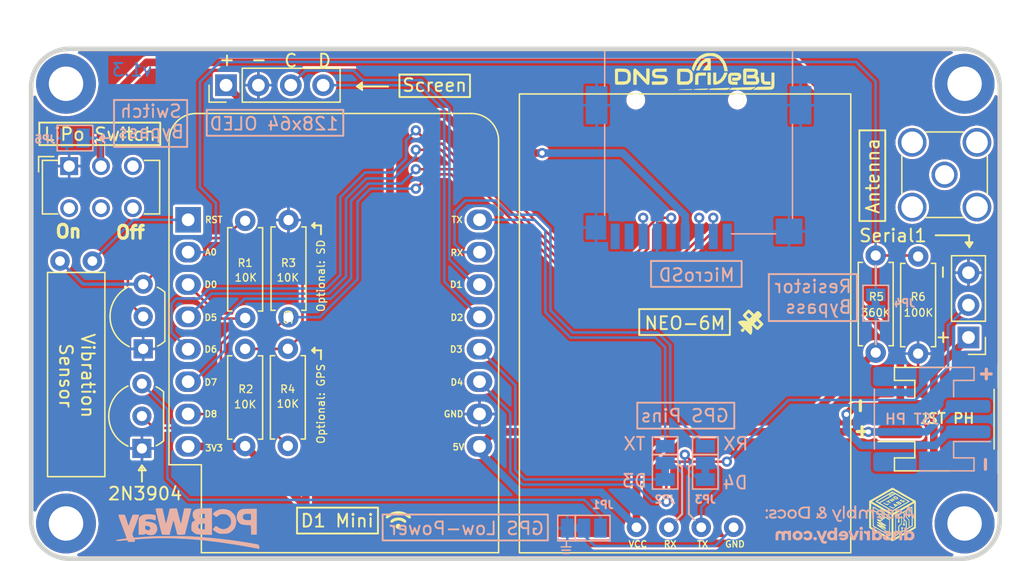
<source format=kicad_pcb>
(kicad_pcb (version 20211014) (generator pcbnew)
  (layers (0 "F.Cu" signal) (31 "B.Cu" signal) (34 "B.Paste" user) (35 "F.Paste" user) (36 "B.SilkS" user "B.Silkscreen") (37 "F.SilkS" user "F.Silkscreen") (38 "B.Mask" user) (39 "F.Mask" user) (44 "Edge.Cuts" user))
  (net 0 "")
  (net 1 "+BATT")
  (net 2 "GND")
  (net 3 "A0")
  (net 4 "GPS_RX")
  (net 5 "GPS_TX")
  (net 6 "D0")
  (net 7 "Net-(J1-Pad2)")
  (net 8 "RST")
  (net 9 "Net-(Q1-Pad2)")
  (net 10 "Net-(JP1-Pad3)")
  (net 11 "GPS-EN")
  (net 12 "+3V3")
  (net 13 "SCL")
  (net 14 "SDA")
  (net 15 "SCK")
  (net 16 "MISO")
  (net 17 "MOSI")
  (net 18 "SS")
  (net 19 "Net-(Q2-Pad2)")
  (net 21 "D3")
  (net 22 "D4")
  (net 23 "Net-(JP2-Pad2)")
  (net 24 "Net-(JP3-Pad2)")
  (net 27 "Net-(U2-Pad4)")
  (footprint "MountingHole:MountingHole_2.7mm_M2.5_DIN965_Pad" (layer "F.Cu") (at 3.5 3.5)
    (fp_text reference "REF**" hide)
    (fp_text value "MountingHole_2.7mm_M2.5_DIN965_Pad" hide)
  )
  (footprint "Resistor_THT:R_Axial_DIN0207_L6.3mm_D2.5mm_P7.62mm_Horizontal" (layer "F.Cu") (at 17.5552 21.8732 90)
    (fp_text reference "R1" hide)
    (fp_text value "10K")
  )
  (footprint "Package_TO_SOT_THT:TO-92L_Inline_Wide" (layer "F.Cu") (at 9.4552 32.1132 90)
    (fp_text reference "Q2" hide)
    (fp_text value "2N3904")
  )
  (footprint "Resistor_THT:R_Axial_DIN0207_L6.3mm_D2.5mm_P7.62mm_Horizontal" (layer "F.Cu") (at 70.3552 17.0532 -90)
    (fp_text reference "R6")
    (fp_text value "100K")
  )
  (footprint "Connector_PinHeader_2.54mm:PinHeader_1x04_P2.54mm_Vertical" (layer "F.Cu") (at 16.0552 3.6132 90)
    (fp_text reference "J2" hide)
    (fp_text value "SH1106")
  )
  (footprint "v1.0-pcb-art" (layer "F.Cu") (at 38.8052 20.9632)
    (fp_text reference "Ref**" hide)
    (fp_text value "Val**" hide)
  )
  (footprint "Connector_JST:JST_PH_S2B-PH-SM4-TB_1x02-1MP_P2.00mm_Horizontal" (layer "F.Cu") (at 71.8052 29.8132 90)
    (fp_text reference "J1" hide)
    (fp_text value "JST 2.0" hide)
  )
  (footprint "DNS-DriveBy:NEO-6M GPS" (layer "F.Cu") (at 52.07 22.3012 180)
    (fp_text reference "U2" hide)
    (fp_text value "NEO-6M")
  )
  (footprint "Connector_Coaxial:SMA_Amphenol_901-144_Vertical" (layer "F.Cu") (at 72.4302 10.6382 -90)
    (fp_text reference "Antenna")
    (fp_text value "SMA Antenna")
  )
  (footprint "Module:WEMOS_D1_mini_light" (layer "F.Cu") (at 13.081 14.1732)
    (fp_text reference "U1" hide)
    (fp_text value "D1 Mini")
  )
  (footprint "Resistor_THT:R_Axial_DIN0207_L6.3mm_D2.5mm_P7.62mm_Horizontal" (layer "F.Cu") (at 20.9052 31.9132 90)
    (fp_text reference "R4")
    (fp_text value "10K")
  )
  (footprint "Resistor_THT:R_Axial_DIN0207_L6.3mm_D2.5mm_P7.62mm_Horizontal" (layer "F.Cu") (at 20.9552 21.8132 90)
    (fp_text reference "R3")
    (fp_text value "10K")
  )
  (footprint "MountingHole:MountingHole_2.7mm_M2.5_DIN965_Pad" (layer "F.Cu") (at 74 3.5)
    (fp_text reference "REF**" hide)
    (fp_text value "MountingHole_2.7mm_M2.5_DIN965_Pad" hide)
  )
  (footprint "Connector_PinHeader_2.54mm:PinHeader_1x03_P2.54mm_Vertical" (layer "F.Cu") (at 74.3052 23.4032 180)
    (fp_text reference "J3" hide)
    (fp_text value "Conn_01x03")
  )
  (footprint "Button_Switch_THT:SW_CuK_JS202011CQN_DPDT_Straight" (layer "F.Cu") (at 3.7477 9.9632)
    (fp_text reference "SW1" hide)
    (fp_text value "SW_SPST")
  )
  (footprint "Resistor_THT:R_Axial_DIN0207_L6.3mm_D2.5mm_P7.62mm_Horizontal" (layer "F.Cu") (at 67.0262 24.595 90)
    (fp_text reference "R5")
    (fp_text value "360K")
  )
  (footprint "Resistor_THT:R_Axial_DIN0207_L6.3mm_D2.5mm_P7.62mm_Horizontal" (layer "F.Cu") (at 17.5552 24.3032 -90)
    (fp_text reference "R2" hide)
    (fp_text value "10K")
  )
  (footprint "DNS-DriveBy:Vibration Sensor" (layer "F.Cu") (at 4.3 25.7416 180)
    (fp_text reference "S1" hide)
    (fp_text value "Vibration")
  )
  (footprint "Package_TO_SOT_THT:TO-92L_Inline_Wide" (layer "F.Cu") (at 9.5552 24.3032 90)
    (fp_text reference "Q1" hide)
    (fp_text value "2N3904")
  )
  (footprint "MountingHole:MountingHole_2.7mm_M2.5_DIN965_Pad" (layer "F.Cu") (at 74 38)
    (fp_text reference "REF**" hide)
    (fp_text value "MountingHole_2.7mm_M2.5_DIN965_Pad" hide)
  )
  (footprint "MountingHole:MountingHole_2.7mm_M2.5_DIN965_Pad" (layer "F.Cu") (at 3.5 38)
    (fp_text reference "REF**" hide)
    (fp_text value "MountingHole_2.7mm_M2.5_DIN965_Pad" hide)
  )
  (footprint "Jumper:SolderJumper-3_P1.3mm_Bridged12_Pad1.0x1.5mm" (layer "B.Cu") (at 50.5075 33.25 90)
    (fp_text reference "JP2")
    (fp_text value "SolderJumper_3_Bridged12" hide)
  )
  (footprint "Jumper:SolderJumper-2_P1.3mm_Bridged_Pad1.0x1.5mm" (layer "B.Cu") (at 67.0314 20.7132 90)
    (fp_text reference "JP4")
    (fp_text value "Jumper_2_Bridged")
  )
  (footprint "DNS-DriveBy:MicroSD" (layer "B.Cu") (at 53.1302 15.2772)
    (fp_text reference "J4" hide)
    (fp_text value "Micro_SD_Card_Det")
  )
  (footprint "Jumper:SolderJumper-3_P1.3mm_Bridged12_Pad1.0x1.5mm" (layer "B.Cu") (at 44.1302 38.3632)
    (fp_text reference "JP1")
    (fp_text value "SolderJumper_3_Bridged12" hide)
  )
  (footprint "Jumper:SolderJumper-3_P1.3mm_Bridged12_Pad1.0x1.5mm" (layer "B.Cu") (at 53.6575 33.25 90)
    (fp_text reference "JP3")
    (fp_text value "SolderJumper_3_Bridged12" hide)
  )
  (footprint "Jumper:SolderJumper-2_P1.3mm_Open_Pad1.0x1.5mm" (layer "B.Cu") (at 4.2052 7.7632)
    (fp_text reference "JP5")
    (fp_text value "Jumper_2_Open" hide)
  )
  (footprint "Connector_JST:JST_PH_S2B-PH-SM4-TB_1x02-1MP_P2.00mm_Horizontal" (layer "B.Cu") (at 71.4302 29.8132 90)
    (fp_text reference "J1" hide)
    (fp_text value "JST 2.0" hide)
  )
  (gr_line (start 6.1552 7.7757) (end 6.4302 7.4757) (layer "B.SilkS") (width 0.15))
  (gr_line (start 6.4302 8.0507) (end 6.1552 7.7757) (layer "B.SilkS") (width 0.15))
  (gr_rect (start 14.5432 7.5792) (end 25.2552 5.5472) (layer "B.SilkS") (width 0.15) (fill none))
  (gr_rect (start 49.3982 19.4362) (end 56.5102 17.4042) (layer "B.SilkS") (width 0.15) (fill none))
  (gr_line (start 52.8302 37.7382) (end 52.3677 37.2507) (layer "B.SilkS") (width 0.15))
  (gr_line (start 51.8302 37.2632) (end 51.8302 33.5882) (layer "B.SilkS") (width 0.15))
  (gr_line (start 43.4552 39.3634) (end 43.4552 37.3634) (layer "B.SilkS") (width 0.15))
  (gr_line (start 67.0314 23.9382) (end 67.0314 22.1382) (layer "B.SilkS") (width 0.15))
  (gr_line (start 67.0314 17.7632) (end 67.0314 19.2632) (layer "B.SilkS") (width 0.15))
  (gr_line (start 51.3552 37.7382) (end 51.8302 37.2632) (layer "B.SilkS") (width 0.15))
  (gr_line (start 51.8302 33.5882) (end 51.5552 33.3632) (layer "B.SilkS") (width 0.15))
  (gr_line (start 6.4302 7.4757) (end 6.4302 8.0507) (layer "B.SilkS") (width 0.15))
  (gr_rect (start 7.2682 8.4542) (end 13.0052 4.7722) (layer "B.SilkS") (width 0.15) (fill none))
  (gr_line (start 52.3677 33.5757) (end 52.6302 33.3382) (layer "B.SilkS") (width 0.15))
  (gr_line (start 52.3677 37.2507) (end 52.3677 33.5757) (layer "B.SilkS") (width 0.15))
  (gr_rect (start 28.3432 39.3292) (end 41.3052 37.2972) (layer "B.SilkS") (width 0.15) (fill none))
  (gr_line (start 52.65 32.6) (end 54.65 32.6) (layer "B.SilkS") (width 0.15))
  (gr_line (start 6.9552 7.7632) (end 6.1552 7.7632) (layer "B.SilkS") (width 0.15))
  (gr_rect (start 58.6432 22.1167) (end 65.5552 18.4347) (layer "B.SilkS") (width 0.15) (fill none))
  (gr_line (start 49.5 32.6) (end 51.5 32.6) (layer "B.SilkS") (width 0.15))
  (gr_rect (start 48.3182 30.5542) (end 55.9302 28.5222) (layer "B.SilkS") (width 0.15) (fill none))
  (gr_line (start 23.5052 25.1132) (end 23.5052 24.4132) (layer "F.SilkS") (width 0.15))
  (gr_line (start 23.5052 24.4132) (end 22.8052 24.4132) (layer "F.SilkS") (width 0.15))
  (gr_rect (start 48.4732 23.2112) (end 55.5852 21.1792) (layer "F.SilkS") (width 0.15) (fill none))
  (gr_line (start 9.455002 34.7132) (end 9.455397 33.445599) (layer "F.SilkS") (width 0.15))
  (gr_line (start 28.772801 3.713398) (end 26.337599 3.713003) (layer "F.SilkS") (width 0.15))
  (gr_line (start 23.0052 24.2132) (end 23.0052 24.6132) (layer "F.SilkS") (width 0.15))
  (gr_line (start 23.5052 14.6132) (end 22.8052 14.6132) (layer "F.SilkS") (width 0.15))
  (gr_poly (pts (xy 74.6302 15.9382) (xy 74.379805 16.323402) (xy 74.0802 15.9382)) (layer "F.SilkS") (width 0.15) (fill solid))
  (gr_line (start 74.3552 15.3882) (end 74.3552 16.1382) (layer "F.SilkS") (width 0.15))
  (gr_rect (start 65.7452 14.2692) (end 67.7772 7.1572) (layer "F.SilkS") (width 0.15) (fill none))
  (gr_line (start 23.0052 24.6132) (end 22.8052 24.4132) (layer "F.SilkS") (width 0.15))
  (gr_line (start 23.0052 14.8132) (end 22.8052 14.6132) (layer "F.SilkS") (width 0.15))
  (gr_line (start 9.755002 33.830801) (end 9.205002 33.830801) (layer "F.SilkS") (width 0.15))
  (gr_line (start 22.8052 14.6132) (end 23.0052 14.4132) (layer "F.SilkS") (width 0.15))
  (gr_rect (start 21.6242 38.7882) (end 27.9742 36.7562) (layer "F.SilkS") (width 0.15) (fill none))
  (gr_line (start 9.455397 33.445599) (end 9.755002 33.830801) (layer "F.SilkS") (width 0.15))
  (gr_line (start 22.8052 24.4132) (end 23.0052 24.2132) (layer "F.SilkS") (width 0.15))
  (gr_line (start 26.722801 3.963398) (end 26.337599 3.713003) (layer "F.SilkS") (width 0.15))
  (gr_rect (start 29.660001 4.541598) (end 35.196001 2.776598) (layer "F.SilkS") (width 0.15) (fill none))
  (gr_line (start 23.5052 15.3132) (end 23.5052 14.6132) (layer "F.SilkS") (width 0.15))
  (gr_poly (pts (xy 26.722801 3.963398) (xy 26.337599 3.713003) (xy 26.722801 3.413398)) (layer "F.SilkS") (width 0.15) (fill solid))
  (gr_line (start 23.0052 14.4132) (end 23.0052 14.8132) (layer "F.SilkS") (width 0.15))
  (gr_line (start 71.725493 15.387877) (end 74.3552 15.3882) (layer "F.SilkS") (width 0.15))
  (gr_line (start 9.205002 33.830801) (end 9.455397 33.445599) (layer "F.SilkS") (width 0.15))
  (gr_line (start 26.337599 3.713003) (end 26.722801 3.413398) (layer "F.SilkS") (width 0.15))
  (gr_rect (start 1.4052 8.3132) (end 10.8912 6.5482) (layer "F.SilkS") (width 0.15) (fill none))
  (gr_line (start 26.722801 3.413398) (end 26.722801 3.963398) (layer "F.SilkS") (width 0.15))
  (gr_line (start 2.095598 1.264035) (end 2.219729 1.185584) (layer "Edge.Cuts") (width 0.349999))
  (gr_line (start 73.759987 40.760002) (end 73.759987 40.760002) (layer "Edge.Cuts") (width 0.349999))
  (gr_line (start 74.491241 0.850477) (end 74.632496 0.889676) (layer "Edge.Cuts") (width 0.349999))
  (gr_line (start 76.171316 39.544818) (end 76.080595 39.661274) (layer "Edge.Cuts") (width 0.349999))
  (gr_line (start 3.028747 40.669525) (end 2.887493 40.630327) (layer "Edge.Cuts") (width 0.349999))
  (gr_line (start 0.763685 3.611239) (end 0.774678 3.463487) (layer "Edge.Cuts") (width 0.349999))
  (gr_line (start 76.406568 2.347328) (end 76.472342 2.47815) (layer "Edge.Cuts") (width 0.349999))
  (gr_line (start 76.70181 38.348005) (end 76.66951 38.491252) (layer "Edge.Cuts") (width 0.349999))
  (gr_line (start 3.759998 0.76) (end 3.759998 0.76) (layer "Edge.Cuts") (width 0.349999))
  (gr_line (start 1.348672 39.544818) (end 1.264034 39.424401) (layer "Edge.Cuts") (width 0.349999))
  (gr_line (start 75.424392 1.264035) (end 75.544808 1.348673) (layer "Edge.Cuts") (width 0.349999))
  (gr_line (start 0.792875 38.20301) (end 0.774678 38.056514) (layer "Edge.Cuts") (width 0.349999))
  (gr_line (start 74.771511 40.584331) (end 74.632496 40.630327) (layer "Edge.Cuts") (width 0.349999))
  (gr_line (start 73.908749 40.756315) (end 73.759987 40.760002) (layer "Edge.Cuts") (width 0.349999))
  (gr_line (start 2.611949 40.531641) (end 2.47815 40.472357) (layer "Edge.Cuts") (width 0.349999))
  (gr_line (start 76.255953 2.095598) (end 76.334404 2.219729) (layer "Edge.Cuts") (width 0.349999))
  (gr_line (start 1.439393 39.661274) (end 1.348672 39.544818) (layer "Edge.Cuts") (width 0.349999))
  (gr_line (start 74.202998 0.792877) (end 74.347994 0.818177) (layer "Edge.Cuts") (width 0.349999))
  (gr_line (start 75.88131 1.63868) (end 75.88131 1.63868) (layer "Edge.Cuts") (width 0.349999))
  (gr_line (start 74.908041 0.988362) (end 75.04184 1.047645) (layer "Edge.Cuts") (width 0.349999))
  (gr_line (start 75.983892 1.746477) (end 76.080595 1.858726) (layer "Edge.Cuts") (width 0.349999))
  (gr_line (start 1.638679 39.881321) (end 1.536096 39.773523) (layer "Edge.Cuts") (width 0.349999))
  (gr_line (start 0.759998 3.76) (end 0.763685 3.611239) (layer "Edge.Cuts") (width 0.349999))
  (gr_line (start 75.661263 40.080608) (end 75.544808 40.171329) (layer "Edge.Cuts") (width 0.349999))
  (gr_line (start 75.88131 39.881321) (end 75.88131 39.881321) (layer "Edge.Cuts") (width 0.349999))
  (gr_line (start 76.72711 38.20301) (end 76.70181 38.348005) (layer "Edge.Cuts") (width 0.349999))
  (gr_line (start 73.759987 0.76) (end 73.908749 0.763687) (layer "Edge.Cuts") (width 0.349999))
  (gr_line (start 3.316989 0.792877) (end 3.463485 0.77468) (layer "Edge.Cuts") (width 0.349999))
  (gr_line (start 0.792875 3.31699) (end 0.818175 3.171996) (layer "Edge.Cuts") (width 0.349999))
  (gr_line (start 0.759998 37.760002) (end 0.759998 3.76) (layer "Edge.Cuts") (width 0.349999))
  (gr_line (start 3.171994 40.701825) (end 3.028747 40.669525) (layer "Edge.Cuts") (width 0.349999))
  (gr_line (start 74.056502 40.745322) (end 73.908749 40.756315) (layer "Edge.Cuts") (width 0.349999))
  (gr_line (start 1.638679 39.881321) (end 1.638679 39.881321) (layer "Edge.Cuts") (width 0.349999))
  (gr_line (start 0.935669 2.748479) (end 0.98836 2.611949) (layer "Edge.Cuts") (width 0.349999))
  (gr_line (start 76.630311 38.632505) (end 76.584316 38.77152) (layer "Edge.Cuts") (width 0.349999))
  (gr_line (start 76.745307 38.056514) (end 76.72711 38.20301) (layer "Edge.Cuts") (width 0.349999))
  (gr_line (start 76.584316 2.748479) (end 76.630311 2.887494) (layer "Edge.Cuts") (width 0.349999))
  (gr_line (start 75.300261 1.185584) (end 75.424392 1.264035) (layer "Edge.Cuts") (width 0.349999))
  (gr_line (start 74.632496 40.630327) (end 74.491241 40.669525) (layer "Edge.Cuts") (width 0.349999))
  (gr_line (start 1.113418 39.172671) (end 1.047643 39.041849) (layer "Edge.Cuts") (width 0.349999))
  (gr_line (start 0.774678 3.463487) (end 0.792875 3.31699) (layer "Edge.Cuts") (width 0.349999))
  (gr_line (start 1.638679 1.63868) (end 1.746477 1.536096) (layer "Edge.Cuts") (width 0.349999))
  (gr_line (start 76.584316 38.77152) (end 76.531626 38.90805) (layer "Edge.Cuts") (width 0.349999))
  (gr_line (start 76.70181 3.171996) (end 76.72711 3.31699) (layer "Edge.Cuts") (width 0.349999))
  (gr_line (start 75.773513 39.983904) (end 75.661263 40.080608) (layer "Edge.Cuts") (width 0.349999))
  (gr_line (start 76.080595 1.858726) (end 76.171316 1.975182) (layer "Edge.Cuts") (width 0.349999))
  (gr_line (start 76.531626 38.90805) (end 76.472342 39.041849) (layer "Edge.Cuts") (width 0.349999))
  (gr_line (start 75.773513 1.536096) (end 75.88131 1.63868) (layer "Edge.Cuts") (width 0.349999))
  (gr_line (start 1.975182 1.348673) (end 2.095598 1.264035) (layer "Edge.Cuts") (width 0.349999))
  (gr_line (start 2.47815 1.047645) (end 2.611949 0.988362) (layer "Edge.Cuts") (width 0.349999))
  (gr_line (start 1.185582 39.30027) (end 1.113418 39.172671) (layer "Edge.Cuts") (width 0.349999))
  (gr_line (start 1.264034 2.095598) (end 1.348672 1.975182) (layer "Edge.Cuts") (width 0.349999))
  (gr_line (start 76.759987 37.760002) (end 76.7563 37.908763) (layer "Edge.Cuts") (width 0.349999))
  (gr_line (start 76.334404 39.30027) (end 76.255953 39.424401) (layer "Edge.Cuts") (width 0.349999))
  (gr_line (start 75.544808 40.171329) (end 75.424392 40.255966) (layer "Edge.Cuts") (width 0.349999))
  (gr_line (start 0.889674 38.632505) (end 0.850475 38.491252) (layer "Edge.Cuts") (width 0.349999))
  (gr_line (start 74.771511 0.935671) (end 74.908041 0.988362) (layer "Edge.Cuts") (width 0.349999))
  (gr_line (start 75.172662 40.406582) (end 75.04184 40.472357) (layer "Edge.Cuts") (width 0.349999))
  (gr_line (start 2.611949 0.988362) (end 2.748478 0.935671) (layer "Edge.Cuts") (width 0.349999))
  (gr_line (start 76.66951 3.028748) (end 76.70181 3.171996) (layer "Edge.Cuts") (width 0.349999))
  (gr_line (start 3.759998 40.760002) (end 3.759998 40.760002) (layer "Edge.Cuts") (width 0.349999))
  (gr_line (start 0.889674 2.887494) (end 0.935669 2.748479) (layer "Edge.Cuts") (width 0.349999))
  (gr_line (start 3.611237 0.763687) (end 3.759998 0.76) (layer "Edge.Cuts") (width 0.349999))
  (gr_line (start 0.850475 38.491252) (end 0.818175 38.348005) (layer "Edge.Cuts") (width 0.349999))
  (gr_line (start 2.095598 40.255966) (end 1.975182 40.171329) (layer "Edge.Cuts") (width 0.349999))
  (gr_line (start 75.661263 1.439394) (end 75.773513 1.536096) (layer "Edge.Cuts") (width 0.349999))
  (gr_line (start 74.908041 40.531641) (end 74.771511 40.584331) (layer "Edge.Cuts") (width 0.349999))
  (gr_line (start 74.202998 40.727125) (end 74.056502 40.745322) (layer "Edge.Cuts") (width 0.349999))
  (gr_line (start 74.347994 40.701825) (end 74.202998 40.727125) (layer "Edge.Cuts") (width 0.349999))
  (gr_line (start 2.219729 40.334418) (end 2.095598 40.255966) (layer "Edge.Cuts") (width 0.349999))
  (gr_line (start 76.255953 39.424401) (end 76.171316 39.544818) (layer "Edge.Cuts") (width 0.349999))
  (gr_line (start 76.630311 2.887494) (end 76.66951 3.028748) (layer "Edge.Cuts") (width 0.349999))
  (gr_line (start 0.818175 3.171996) (end 0.850475 3.028748) (layer "Edge.Cuts") (width 0.349999))
  (gr_line (start 2.47815 40.472357) (end 2.347328 40.406582) (layer "Edge.Cuts") (width 0.349999))
  (gr_line (start 2.887493 40.630327) (end 2.748478 40.584331) (layer "Edge.Cuts") (width 0.349999))
  (gr_line (start 1.047643 39.041849) (end 0.98836 38.90805) (layer "Edge.Cuts") (width 0.349999))
  (gr_line (start 2.347328 1.11342) (end 2.47815 1.047645) (layer "Edge.Cuts") (width 0.349999))
  (gr_line (start 1.439393 1.858726) (end 1.536096 1.746477) (layer "Edge.Cuts") (width 0.349999))
  (gr_line (start 76.759987 3.76) (end 76.759987 3.76) (layer "Edge.Cuts") (width 0.349999))
  (gr_line (start 76.080595 39.661274) (end 75.983892 39.773523) (layer "Edge.Cuts") (width 0.349999))
  (gr_line (start 2.887493 0.889676) (end 3.028747 0.850477) (layer "Edge.Cuts") (width 0.349999))
  (gr_line (start 1.185582 2.219729) (end 1.264034 2.095598) (layer "Edge.Cuts") (width 0.349999))
  (gr_line (start 1.858726 1.439394) (end 1.975182 1.348673) (layer "Edge.Cuts") (width 0.349999))
  (gr_line (start 3.171994 0.818177) (end 3.316989 0.792877) (layer "Edge.Cuts") (width 0.349999))
  (gr_line (start 74.491241 40.669525) (end 74.347994 40.701825) (layer "Edge.Cuts") (width 0.349999))
  (gr_line (start 0.935669 38.77152) (end 0.889674 38.632505) (layer "Edge.Cuts") (width 0.349999))
  (gr_line (start 1.113418 2.347328) (end 1.185582 2.219729) (layer "Edge.Cuts") (width 0.349999))
  (gr_line (start 1.047643 2.47815) (end 1.113418 2.347328) (layer "Edge.Cuts") (width 0.349999))
  (gr_line (start 73.759987 40.760002) (end 3.759998 40.760002) (layer "Edge.Cuts") (width 0.349999))
  (gr_line (start 73.908749 0.763687) (end 74.056502 0.77468) (layer "Edge.Cuts") (width 0.349999))
  (gr_line (start 2.748478 40.584331) (end 2.611949 40.531641) (layer "Edge.Cuts") (width 0.349999))
  (gr_line (start 76.406568 39.172671) (end 76.334404 39.30027) (layer "Edge.Cuts") (width 0.349999))
  (gr_line (start 0.98836 2.611949) (end 1.047643 2.47815) (layer "Edge.Cuts") (width 0.349999))
  (gr_line (start 1.858726 40.080608) (end 1.746477 39.983904) (layer "Edge.Cuts") (width 0.349999))
  (gr_line (start 76.66951 38.491252) (end 76.630311 38.632505) (layer "Edge.Cuts") (width 0.349999))
  (gr_line (start 73.759987 0.76) (end 73.759987 0.76) (layer "Edge.Cuts") (width 0.349999))
  (gr_line (start 2.748478 0.935671) (end 2.887493 0.889676) (layer "Edge.Cuts") (width 0.349999))
  (gr_line (start 75.424392 40.255966) (end 75.300261 40.334418) (layer "Edge.Cuts") (width 0.349999))
  (gr_line (start 74.632496 0.889676) (end 74.771511 0.935671) (layer "Edge.Cuts") (width 0.349999))
  (gr_line (start 2.219729 1.185584) (end 2.347328 1.11342) (layer "Edge.Cuts") (width 0.349999))
  (gr_line (start 0.98836 38.90805) (end 0.935669 38.77152) (layer "Edge.Cuts") (width 0.349999))
  (gr_line (start 2.347328 40.406582) (end 2.219729 40.334418) (layer "Edge.Cuts") (width 0.349999))
  (gr_line (start 76.759987 37.760002) (end 76.759987 37.760002) (layer "Edge.Cuts") (width 0.349999))
  (gr_line (start 1.536096 1.746477) (end 1.638679 1.63868) (layer "Edge.Cuts") (width 0.349999))
  (gr_line (start 3.316989 40.727125) (end 3.171994 40.701825) (layer "Edge.Cuts") (width 0.349999))
  (gr_line (start 3.463485 0.77468) (end 3.611237 0.763687) (layer "Edge.Cuts") (width 0.349999))
  (gr_line (start 76.745307 3.463487) (end 76.7563 3.611239) (layer "Edge.Cuts") (width 0.349999))
  (gr_line (start 75.983892 39.773523) (end 75.88131 39.881321) (layer "Edge.Cuts") (width 0.349999))
  (gr_line (start 76.171316 1.975182) (end 76.255953 2.095598) (layer "Edge.Cuts") (width 0.349999))
  (gr_line (start 76.334404 2.219729) (end 76.406568 2.347328) (layer "Edge.Cuts") (width 0.349999))
  (gr_line (start 0.774678 38.056514) (end 0.763685 37.908763) (layer "Edge.Cuts") (width 0.349999))
  (gr_line (start 3.611237 40.756315) (end 3.463485 40.745322) (layer "Edge.Cuts") (width 0.349999))
  (gr_line (start 1.746477 1.536096) (end 1.858726 1.439394) (layer "Edge.Cuts") (width 0.349999))
  (gr_line (start 1.348672 1.975182) (end 1.439393 1.858726) (layer "Edge.Cuts") (width 0.349999))
  (gr_line (start 0.763685 37.908763) (end 0.759998 37.760002) (layer "Edge.Cuts") (width 0.349999))
  (gr_line (start 1.746477 39.983904) (end 1.638679 39.881321) (layer "Edge.Cuts") (width 0.349999))
  (gr_line (start 1.638679 1.63868) (end 1.638679 1.63868) (layer "Edge.Cuts") (width 0.349999))
  (gr_line (start 74.056502 0.77468) (end 74.202998 0.792877) (layer "Edge.Cuts") (width 0.349999))
  (gr_line (start 1.264034 39.424401) (end 1.185582 39.30027) (layer "Edge.Cuts") (width 0.349999))
  (gr_line (start 76.531626 2.611949) (end 76.584316 2.748479) (layer "Edge.Cuts") (width 0.349999))
  (gr_line (start 0.759998 3.76) (end 0.759998 3.76) (layer "Edge.Cuts") (width 0.349999))
  (gr_line (start 3.759998 40.760002) (end 3.611237 40.756315) (layer "Edge.Cuts") (width 0.349999))
  (gr_line (start 0.850475 3.028748) (end 0.889674 2.887494) (layer "Edge.Cuts") (width 0.349999))
  (gr_line (start 1.536096 39.773523) (end 1.439393 39.661274) (layer "Edge.Cuts") (width 0.349999))
  (gr_line (start 76.472342 2.47815) (end 76.531626 2.611949) (layer "Edge.Cuts") (width 0.349999))
  (gr_line (start 75.88131 39.881321) (end 75.773513 39.983904) (layer "Edge.Cuts") (width 0.349999))
  (gr_line (start 75.88131 1.63868) (end 75.983892 1.746477) (layer "Edge.Cuts") (width 0.349999))
  (gr_line (start 1.975182 40.171329) (end 1.858726 40.080608) (layer "Edge.Cuts") (width 0.349999))
  (gr_line (start 76.7563 3.611239) (end 76.759987 3.76) (layer "Edge.Cuts") (width 0.349999))
  (gr_line (start 75.04184 1.047645) (end 75.172662 1.11342) (layer "Edge.Cuts") (width 0.349999))
  (gr_line (start 75.172662 1.11342) (end 75.300261 1.185584) (layer "Edge.Cuts") (width 0.349999))
  (gr_line (start 74.347994 0.818177) (end 74.491241 0.850477) (layer "Edge.Cuts") (width 0.349999))
  (gr_line (start 76.759987 3.76) (end 76.759987 37.760002) (layer "Edge.Cuts") (width 0.349999))
  (gr_line (start 76.472342 39.041849) (end 76.406568 39.172671) (layer "Edge.Cuts") (width 0.349999))
  (gr_line (start 76.72711 3.31699) (end 76.745307 3.463487) (layer "Edge.Cuts") (width 0.349999))
  (gr_line (start 3.028747 0.850477) (end 3.171994 0.818177) (layer "Edge.Cuts") (width 0.349999))
  (gr_line (start 75.300261 40.334418) (end 75.172662 40.406582) (layer "Edge.Cuts") (width 0.349999))
  (gr_line (start 75.544808 1.348673) (end 75.661263 1.439394) (layer "Edge.Cuts") (width 0.349999))
  (gr_line (start 76.7563 37.908763) (end 76.745307 38.056514) (layer "Edge.Cuts") (width 0.349999))
  (gr_line (start 0.818175 38.348005) (end 0.792875 38.20301) (layer "Edge.Cuts") (width 0.349999))
  (gr_line (start 75.04184 40.472357) (end 74.908041 40.531641) (layer "Edge.Cuts") (width 0.349999))
  (gr_line (start 3.759998 0.76) (end 73.759987 0.76) (layer "Edge.Cuts") (width 0.349999))
  (gr_line (start 3.463485 40.745322) (end 3.316989 40.727125) (layer "Edge.Cuts") (width 0.349999))
  (gr_text "LyndLabs\n" (at 10.0552 39.1132) (layer "F.Cu") (effects (font (size 1 1))))
  (gr_text "v1.3" (at 8.6802 2.4132) (layer "B.Cu") (effects (font (size 1 1)) (justify mirror)))
  (gr_text "D4" (at 56 34.8) (layer "B.SilkS") (effects (font (size 1 1)) (justify mirror)))
  (gr_text "TX" (at 48.1 31.75) (layer "B.SilkS") (effects (font (size 1 1)) (justify mirror)))
  (gr_text "Resistor\nBypass" (at 65.2302 20.2132) (layer "B.SilkS") (effects (font (size 1 1)) (justify left mirror)))
  (gr_text "-\n" (at 75.7052 33.3632 270) (layer "B.SilkS") (effects (font (size 1 1) (thickness 0.25))))
  (gr_text "D3" (at 48.1 34.65) (layer "B.SilkS") (effects (font (size 1 1)) (justify mirror)))
  (gr_text "MicroSD" (at 52.9802 18.5132) (layer "B.SilkS") (effects (font (size 1 1)) (justify mirror)))
  (gr_text "128x64 OLED" (at 19.8172 6.6412) (layer "B.SilkS") (effects (font (size 1 1)) (justify mirror)))
  (gr_text "Switch\nBypass" (at 10.1552 6.4632) (layer "B.SilkS") (effects (font (size 1 1)) (justify mirror)))
  (gr_text "RX\n" (at 56.05 31.75) (layer "B.SilkS") (effects (font (size 1 1)) (justify mirror)))
  (gr_text "GPS Low-Power" (at 34.9302 38.3882) (layer "B.SilkS") (effects (font (size 1 1)) (justify mirror)))
  (gr_text "+\n" (at 75.7052 26.3382 180) (layer "B.SilkS") (effects (font (size 1 1) (thickness 0.25))))
  (gr_text "GPS Pins" (at 52.05 29.55) (layer "B.SilkS") (effects (font (size 1 1)) (justify mirror)))
  (gr_text "JST PH\n" (at 69.8802 29.8132) (layer "B.SilkS") (effects (font (size 0.8 0.8)) (justify mirror)))
  (gr_text "JST PH	\n" (at 73.6302 29.7632) (layer "F.SilkS") (effects (font (size 0.8 0.8))))
  (gr_text "Serial1" (at 68.3802 15.4132) (layer "F.SilkS") (effects (font (size 1 1))))
  (gr_text "+\n" (at 65.9552 30.7132) (layer "F.SilkS") (effects (font (size 1 1) (thickness 0.25))))
  (gr_text "C" (at 21.1302 1.6882) (layer "F.SilkS") (effects (font (size 1 1))))
  (gr_text "+" (at 72.3262 23.325) (layer "F.SilkS") (effects (font (size 1 1))))
  (gr_text "-\n" (at 65.7552 28.7632 90) (layer "F.SilkS") (effects (font (size 1 1) (thickness 0.25))))
  (gr_text "LiPo Switch" (at 6.1552 7.4632) (layer "F.SilkS") (effects (font (size 1 1))))
  (gr_text "D\n" (at 23.7802 1.6882) (layer "F.SilkS") (effects (font (size 1 1))))
  (gr_text "On\n" (at 3.6952 15.0862) (layer "F.SilkS") (effects (font (size 1 1) (thickness 0.25))))
  (gr_text "-\n" (at 72.2262 18.275 90) (layer "F.SilkS") (effects (font (size 1 1))))
  (gr_text "Screen" (at 32.422801 3.613398) (layer "F.SilkS") (effects (font (size 1 1))))
  (gr_text "+" (at 16.1302 1.5882) (layer "F.SilkS") (effects (font (size 1 1))))
  (gr_text "Off\n" (at 8.5552 15.1632) (layer "F.SilkS") (effects (font (size 1 1) (thickness 0.25))))
  (gr_text "-" (at 18.6302 1.5882) (layer "F.SilkS") (effects (font (size 1 1))))
  (segment (start 66.9234 24.595) (end 67.0262 24.595) (width 0.6) (layer "F.Cu") (net 1))
  (segment (start 35.941 31.9532) (end 37.081 30.8132) (width 0.6) (layer "F.Cu") (net 1))
  (segment (start 60.7052 30.8132) (end 66.9234 24.595) (width 0.6) (layer "F.Cu") (net 1))
  (segment (start 58.1592 30.8132) (end 60.7052 30.8132) (width 0.6) (layer "F.Cu") (net 1))
  (segment (start 51.4872 30.8132) (end 58.1592 30.8132) (width 0.6) (layer "F.Cu") (net 1))
  (segment (start 66.4552 30.8132) (end 68.9552 30.8132) (width 0.6) (layer "F.Cu") (net 1))
  (segment (start 48.26 34.0404) (end 51.4872 30.8132) (width 0.6) (layer "F.Cu") (net 1))
  (segment (start 37.081 30.8132) (end 51.4872 30.8132) (width 0.6) (layer "F.Cu") (net 1))
  (segment (start 58.1592 30.8132) (end 66.4552 30.8132) (width 0.6) (layer "F.Cu") (net 1))
  (segment (start 48.26 38.3012) (end 48.26 34.0404) (width 0.6) (layer "F.Cu") (net 1))
  (via (at 66.4552 30.8132) (size 0.8) (drill 0.4) (layers "F.Cu" "B.Cu") (net 1))
  (segment (start 73.0052 28.8132) (end 74.2802 28.8132) (width 0.6) (layer "B.Cu") (net 1))
  (segment (start 45.507839 35.549039) (end 48.26 38.3012) (width 0.6) (layer "B.Cu") (net 1))
  (segment (start 66.4552 30.8132) (end 71.0052 30.8132) (width 0.6) (layer "B.Cu") (net 1))
  (segment (start 71.0052 30.8132) (end 73.0052 28.8132) (width 0.6) (layer "B.Cu") (net 1))
  (segment (start 39.086184 35.549039) (end 45.507839 35.549039) (width 0.6) (layer "B.Cu") (net 1))
  (segment (start 67.0314 24.5898) (end 67.0262 24.595) (width 0.25) (layer "B.Cu") (net 1))
  (segment (start 35.941 32.403855) (end 39.086184 35.549039) (width 0.6) (layer "B.Cu") (net 1))
  (segment (start 35.941 31.9532) (end 35.941 32.403855) (width 0.6) (layer "B.Cu") (net 1))
  (segment (start 67.0314 21.3632) (end 67.0314 24.5898) (width 0.25) (layer "B.Cu") (net 1))
  (segment (start 67.0262 16.975) (end 70.4552 16.975) (width 0.2) (layer "F.Cu") (net 3))
  (segment (start 15.2552 12.8632) (end 15.2552 15.8882) (width 0.2) (layer "B.Cu") (net 3))
  (segment (start 67.0262 16.975) (end 67.0152 16.964) (width 0.2) (layer "B.Cu") (net 3))
  (segment (start 67.0262 16.975) (end 67.0262 20.058) (width 0.2) (layer "B.Cu") (net 3))
  (segment (start 67.0152 3.3232) (end 65.4802 1.7882) (width 0.2) (layer "B.Cu") (net 3))
  (segment (start 14.4302 16.7132) (end 13.081 16.7132) (width 0.2) (layer "B.Cu") (net 3))
  (segment (start 15.581178 1.7882) (end 14.0052 3.364178) (width 0.2) (layer "B.Cu") (net 3))
  (segment (start 67.0262 20.058) (end 67.0314 20.0632) (width 0.2) (layer "B.Cu") (net 3))
  (segment (start 65.4802 1.7882) (end 15.581178 1.7882) (width 0.2) (layer "B.Cu") (net 3))
  (segment (start 14.0052 11.6132) (end 15.2552 12.8632) (width 0.2) (layer "B.Cu") (net 3))
  (segment (start 67.0152 16.964) (end 67.0152 3.3232) (width 0.2) (layer "B.Cu") (net 3))
  (segment (start 14.0052 3.364178) (end 14.0052 11.6132) (width 0.2) (layer "B.Cu") (net 3))
  (segment (start 15.2552 15.8882) (end 14.4302 16.7132) (width 0.2) (layer "B.Cu") (net 3))
  (segment (start 41.107201 21.438207) (end 43.082194 23.4132) (width 0.2) (layer "B.Cu") (net 4))
  (segment (start 35.941 14.1732) (end 40.2492 14.1732) (width 0.2) (layer "B.Cu") (net 4))
  (segment (start 40.2492 14.1732) (end 41.1072 15.0312) (width 0.2) (layer "B.Cu") (net 4))
  (segment (start 49.7432 23.4132) (end 50.5075 24.1775) (width 0.2) (layer "B.Cu") (net 4))
  (segment (start 41.1072 15.0312) (end 41.107201 21.438207) (width 0.2) (layer "B.Cu") (net 4))
  (segment (start 43.082194 23.4132) (end 49.7432 23.4132) (width 0.2) (layer "B.Cu") (net 4))
  (segment (start 50.5075 24.1775) (end 50.5075 31.95) (width 0.2) (layer "B.Cu") (net 4))
  (segment (start 41.50672 21.27272) (end 43.24768 23.01368) (width 0.2) (layer "B.Cu") (net 5))
  (segment (start 49.908687 23.013681) (end 50.90702 24.012014) (width 0.2) (layer "B.Cu") (net 5))
  (segment (start 34.82952 12.6632) (end 37.2152 12.6632) (width 0.2) (layer "B.Cu") (net 5))
  (segment (start 44.517681 23.013681) (end 49.908687 23.013681) (width 0.2) (layer "B.Cu") (net 5))
  (segment (start 38.325681 13.773681) (end 40.414687 13.773681) (width 0.2) (layer "B.Cu") (net 5))
  (segment (start 43.24768 23.01368) (end 44.517681 23.013681) (width 0.2) (layer "B.Cu") (net 5))
  (segment (start 33.97952 16.0632) (end 33.97952 13.5132) (width 0.2) (layer "B.Cu") (net 5))
  (segment (start 50.90702 29.19952) (end 53.6575 31.95) (width 0.2) (layer "B.Cu") (net 5))
  (segment (start 34.62952 16.7132) (end 33.97952 16.0632) (width 0.2) (layer "B.Cu") (net 5))
  (segment (start 50.90702 24.012014) (end 50.90702 29.19952) (width 0.2) (layer "B.Cu") (net 5))
  (segment (start 33.97952 13.5132) (end 34.82952 12.6632) (width 0.2) (layer "B.Cu") (net 5))
  (segment (start 41.50672 14.865714) (end 41.50672 21.27272) (width 0.2) (layer "B.Cu") (net 5))
  (segment (start 35.941 16.7132) (end 34.62952 16.7132) (width 0.2) (layer "B.Cu") (net 5))
  (segment (start 37.2152 12.6632) (end 38.325681 13.773681) (width 0.2) (layer "B.Cu") (net 5))
  (segment (start 40.414687 13.773681) (end 41.50672 14.865714) (width 0.2) (layer "B.Cu") (net 5))
  (segment (start 13.081 19.289) (end 15.7152 21.9232) (width 0.2) (layer "F.Cu") (net 6))
  (segment (start 13.081 19.2532) (end 13.081 19.289) (width 0.2) (layer "F.Cu") (net 6))
  (segment (start 15.7152 21.9232) (end 17.2552 21.9232) (width 0.2) (layer "F.Cu") (net 6))
  (segment (start 63.9672 5.1252) (end 63.9672 19.0952) (width 0.6) (layer "F.Cu") (net 7))
  (segment (start 9.8202 1.8232) (end 60.6652 1.8232) (width 0.6) (layer "F.Cu") (net 7))
  (segment (start 6.2052 9.5207) (end 6.2052 5.4382) (width 0.6) (layer "F.Cu") (net 7))
  (segment (start 68.9552 28.8132) (end 65.3552 28.8132) (width 0.6) (layer "F.Cu") (net 7))
  (segment (start 6.2052 5.4382) (end 9.8202 1.8232) (width 0.6) (layer "F.Cu") (net 7))
  (segment (start 65.3552 28.8132) (end 64.7302 29.4382) (width 0.6) (layer "F.Cu") (net 7))
  (segment (start 68.9552 24.0832) (end 68.9552 28.8132) (width 0.6) (layer "F.Cu") (net 7))
  (segment (start 60.6652 1.8232) (end 63.9672 5.1252) (width 0.6) (layer "F.Cu") (net 7))
  (segment (start 63.9672 19.0952) (end 68.9552 24.0832) (width 0.6) (layer "F.Cu") (net 7))
  (via (at 64.7302 29.4382) (size 0.8) (drill 0.4) (layers "F.Cu" "B.Cu") (net 7))
  (segment (start 65.9052 31.8632) (end 64.7302 30.6882) (width 0.6) (layer "B.Cu") (net 7))
  (segment (start 74.2802 30.8132) (end 72.7802 30.8132) (width 0.6) (layer "B.Cu") (net 7))
  (segment (start 6.2477 8.1557) (end 5.8552 7.7632) (width 0.25) (layer "B.Cu") (net 7))
  (segment (start 64.7302 30.6882) (end 64.7302 29.4382) (width 0.6) (layer "B.Cu") (net 7))
  (segment (start 71.7302 31.8632) (end 65.9052 31.8632) (width 0.6) (layer "B.Cu") (net 7))
  (segment (start 5.8552 7.7632) (end 4.8552 7.7632) (width 0.25) (layer "B.Cu") (net 7))
  (segment (start 6.2477 9.9632) (end 6.2477 8.1557) (width 0.25) (layer "B.Cu") (net 7))
  (segment (start 72.7802 30.8132) (end 71.7302 31.8632) (width 0.6) (layer "B.Cu") (net 7))
  (segment (start 8.8072 14.1732) (end 13.081 14.1732) (width 0.2) (layer "B.Cu") (net 8))
  (segment (start 5.57 17.4104) (end 8.8072 14.1732) (width 0.2) (layer "B.Cu") (net 8))
  (segment (start 9.85472 15.61368) (end 15.94472 15.61368) (width 0.2) (layer "F.Cu") (net 9))
  (segment (start 8.3552 20.5632) (end 8.3552 17.1132) (width 0.2) (layer "F.Cu") (net 9))
  (segment (start 8.3552 17.1132) (end 9.85472 15.61368) (width 0.2) (layer "F.Cu") (net 9))
  (segment (start 9.5552 21.7632) (end 8.3552 20.5632) (width 0.2) (layer "F.Cu") (net 9))
  (segment (start 15.94472 15.61368) (end 17.2552 14.3032) (width 0.2) (layer "F.Cu") (net 9))
  (segment (start 45.4302 38.3632) (end 45.4302 38.912222) (width 0.2) (layer "B.Cu") (net 10))
  (segment (start 11.4552 34.4632) (end 11.4552 29.0332) (width 0.2) (layer "B.Cu") (net 10))
  (segment (start 45.4302 38.3632) (end 45.4302 37.4132) (width 0.2) (layer "B.Cu") (net 10))
  (segment (start 13.140559 36.148559) (end 11.4552 34.4632) (width 0.2) (layer "B.Cu") (net 10))
  (segment (start 45.4302 37.4132) (end 44.165559 36.148559) (width 0.2) (layer "B.Cu") (net 10))
  (segment (start 44.165559 36.148559) (end 13.140559 36.148559) (width 0.2) (layer "B.Cu") (net 10))
  (segment (start 11.4552 29.0332) (end 9.4552 27.0332) (width 0.2) (layer "B.Cu") (net 10))
  (segment (start 9.5552 19.2232) (end 10.62472 18.15368) (width 0.2) (layer "F.Cu") (net 11))
  (segment (start 17.5552 24.3032) (end 20.8952 24.3032) (width 0.2) (layer "F.Cu") (net 11))
  (segment (start 22.054711 19.262711) (end 22.054711 23.143689) (width 0.2) (layer "F.Cu") (net 11))
  (segment (start 10.62472 18.15368) (end 20.94568 18.15368) (width 0.2) (layer "F.Cu") (net 11))
  (segment (start 20.94568 18.15368) (end 22.054711 19.262711) (width 0.2) (layer "F.Cu") (net 11))
  (segment (start 22.054711 23.143689) (end 20.9052 24.2932) (width 0.2) (layer "F.Cu") (net 11))
  (segment (start 20.8952 24.3032) (end 20.9052 24.2932) (width 0.2) (layer "F.Cu") (net 11))
  (segment (start 3.03 17.4104) (end 4.8428 19.2232) (width 0.25) (layer "B.Cu") (net 11))
  (segment (start 4.8428 19.2232) (end 9.5552 19.2232) (width 0.25) (layer "B.Cu") (net 11))
  (segment (start 13.081 31.9532) (end 17.5252 31.9532) (width 0.6) (layer "F.Cu") (net 12))
  (segment (start 23.1712 37.5392) (end 22.3112 36.6792) (width 0.6) (layer "F.Cu") (net 12))
  (segment (start 23.1712 37.5392) (end 25.194711 39.562711) (width 0.6) (layer "F.Cu") (net 12))
  (segment (start 18.3292 5.8872) (end 16.0552 3.6132) (width 0.6) (layer "F.Cu") (net 12))
  (segment (start 71.5872 35.6052) (end 71.5872 26.1212) (width 0.6) (layer "F.Cu") (net 12))
  (segment (start 17.5252 31.9532) (end 17.5552 31.9232) (width 0.6) (layer "F.Cu") (net 12))
  (segment (start 17.5552 31.9232) (end 23.1712 37.5392) (width 0.6) (layer "F.Cu") (net 12))
  (segment (start 22.3112 32.344987) (end 28.9152 25.740987) (width 0.6) (layer "F.Cu") (net 12))
  (segment (start 33.2332 5.8872) (end 30.6372 5.8872) (width 0.6) (layer "F.Cu") (net 12))
  (segment (start 36.2812 8.9352) (end 33.2332 5.8872) (width 0.6) (layer "F.Cu") (net 12))
  (segment (start 22.3112 36.6792) (end 22.3112 32.344987) (width 0.6) (layer "F.Cu") (net 12))
  (segment (start 71.5872 26.1212) (end 74.3052 23.4032) (width 0.6) (layer "F.Cu") (net 12))
  (segment (start 28.9152 7.3428) (end 30.3708 5.8872) (width 0.6) (layer "F.Cu") (net 12))
  (segment (start 28.9152 25.740987) (end 28.9152 7.3428) (width 0.6) (layer "F.Cu") (net 12))
  (segment (start 30.3708 5.8872) (end 30.6932 5.8872) (width 0.6) (layer "F.Cu") (net 12))
  (segment (start 25.194711 39.562711) (end 67.629689 39.562711) (width 0.6) (layer "F.Cu") (net 12))
  (segment (start 40.8532 8.9352) (end 36.2812 8.9352) (width 0.6) (layer "F.Cu") (net 12))
  (segment (start 30.3708 5.8872) (end 18.3292 5.8872) (width 0.6) (layer "F.Cu") (net 12))
  (segment (start 67.629689 39.562711) (end 71.5872 35.6052) (width 0.6) (layer "F.Cu") (net 12))
  (via (at 40.8532 8.9352) (size 0.8) (drill 0.4) (layers "F.Cu" "B.Cu") (net 12))
  (segment (start 52.0802 13.843098) (end 47.172302 8.9352) (width 0.6) (layer "B.Cu") (net 12))
  (segment (start 52.0802 15.4772) (end 52.0802 13.843098) (width 0.6) (layer "B.Cu") (net 12))
  (segment (start 47.172302 8.9352) (end 40.8532 8.9352) (width 0.6) (layer "B.Cu") (net 12))
  (segment (start 26.055689 2.463689) (end 22.284711 2.463689) (width 0.2) (layer "B.Cu") (net 13))
  (segment (start 35.941 19.2532) (end 35.5532 19.2532) (width 0.2) (layer "B.Cu") (net 13))
  (segment (start 33.5802 5.415194) (end 31.378686 3.21368) (width 0.2) (layer "B.Cu") (net 13))
  (segment (start 33.5802 7.3382) (end 33.5802 5.415194) (width 0.2) (layer "B.Cu") (net 13))
  (segment (start 22.284711 2.463689) (end 21.1352 3.6132) (width 0.2) (layer "B.Cu") (net 13))
  (segment (start 31.378686 3.21368) (end 30.4552 3.213681) (width 0.2) (layer "B.Cu") (net 13))
  (segment (start 33.58 17.28) (end 33.58 7.3384) (width 0.2) (layer "B.Cu") (net 13))
  (segment (start 30.4552 3.213681) (end 26.805681 3.213681) (width 0.2) (layer "B.Cu") (net 13))
  (segment (start 35.5532 19.2532) (end 33.58 17.28) (width 0.2) (layer "B.Cu") (net 13))
  (segment (start 33.58 7.3384) (end 33.5802 7.3382) (width 0.2) (layer "B.Cu") (net 13))
  (segment (start 26.805681 3.213681) (end 26.055689 2.463689) (width 0.2) (layer "B.Cu") (net 13))
  (segment (start 33.18048 19.03268) (end 35.941 21.7932) (width 0.2) (layer "B.Cu") (net 14))
  (segment (start 33.18048 5.58048) (end 33.18048 19.03268) (width 0.2) (layer "B.Cu") (net 14))
  (segment (start 31.2132 3.6132) (end 23.6752 3.6132) (width 0.2) (layer "B.Cu") (net 14))
  (segment (start 33.18048 5.58048) (end 31.2132 3.6132) (width 0.2) (layer "B.Cu") (net 14))
  (segment (start 42.962172 17.53416) (end 48.059247 17.534159) (width 0.2) (layer "F.Cu") (net 15))
  (segment (start 35.171156 10.930162) (end 36.358174 10.930162) (width 0.2) (layer "F.Cu") (net 15))
  (segment (start 48.059247 17.534159) (end 49.17972 16.413686) (width 0.2) (layer "F.Cu") (net 15))
  (segment (start 30.9472 8.6812) (end 32.922194 8.6812) (width 0.2) (layer "F.Cu") (net 15))
  (segment (start 49.17972 16.413686) (end 49.17972 14.73868) (width 0.2) (layer "F.Cu") (net 15))
  (segment (start 49.9032 14.0152) (end 50.9802 14.0152) (width 0.2) (layer "F.Cu") (net 15))
  (segment (start 49.17972 14.73868) (end 49.9032 14.0152) (width 0.2) (layer "F.Cu") (net 15))
  (segment (start 36.358174 10.930162) (end 42.962172 17.53416) (width 0.2) (layer "F.Cu") (net 15))
  (segment (start 32.922194 8.6812) (end 35.171156 10.930162) (width 0.2) (layer "F.Cu") (net 15))
  (via (at 50.9802 14.0152) (size 0.8) (drill 0.4) (layers "F.Cu" "B.Cu") (net 15))
  (via (at 30.9472 8.6812) (size 0.8) (drill 0.4) (layers "F.Cu" "B.Cu") (net 15))
  (segment (start 25.46768 12.522708) (end 25.46768 18.618708) (width 0.2) (layer "B.Cu") (net 15))
  (segment (start 14.90852 19.96568) (end 13.081 21.7932) (width 0.2) (layer "B.Cu") (net 15))
  (segment (start 27.060227 10.930161) (end 25.46768 12.522708) (width 0.2) (layer "B.Cu") (net 15))
  (segment (start 30.9472 8.6812) (end 30.9472 9.1892) (width 0.2) (layer "B.Cu") (net 15))
  (segment (start 29.206239 10.930161) (end 27.060227 10.930161) (width 0.2) (layer "B.Cu") (net 15))
  (segment (start 30.9472 9.1892) (end 29.206239 10.930161) (width 0.2) (layer "B.Cu") (net 15))
  (segment (start 25.46768 18.618708) (end 24.120708 19.96568) (width 0.2) (layer "B.Cu") (net 15))
  (segment (start 24.120708 19.96568) (end 14.90852 19.96568) (width 0.2) (layer "B.Cu") (net 15))
  (segment (start 50.9802 15.4772) (end 50.9802 14.0152) (width 0.2) (layer "B.Cu") (net 15))
  (segment (start 30.9472 7.1572) (end 31.991703 8.201703) (width 0.2) (layer "F.Cu") (net 16))
  (segment (start 35.336641 10.530641) (end 36.606641 10.530641) (width 0.2) (layer "F.Cu") (net 16))
  (segment (start 47.89376 17.13464) (end 48.7802 16.2482) (width 0.2) (layer "F.Cu") (net 16))
  (segment (start 31.991703 8.201703) (end 33.007703 8.201703) (width 0.2) (layer "F.Cu") (net 16))
  (segment (start 36.606641 10.530641) (end 43.21064 17.13464) (width 0.2) (layer "F.Cu") (net 16))
  (segment (start 43.21064 17.13464) (end 47.89376 17.13464) (width 0.2) (layer "F.Cu") (net 16))
  (segment (start 33.007703 8.201703) (end 35.336641 10.530641) (width 0.2) (layer "F.Cu") (net 16))
  (segment (start 48.7802 16.2482) (end 48.7802 14.0152) (width 0.2) (layer "F.Cu") (net 16))
  (via (at 48.7802 14.0152) (size 0.8) (drill 0.4) (layers "F.Cu" "B.Cu") (net 16))
  (via (at 30.9472 7.1572) (size 0.8) (drill 0.4) (layers "F.Cu" "B.Cu") (net 16))
  (segment (start 30.1852 7.9192) (end 30.9472 7.1572) (width 0.2) (layer "B.Cu") (net 16))
  (segment (start 13.081 24.3332) (end 11.78148 23.03368) (width 0.2) (layer "B.Cu") (net 16))
  (segment (start 29.112194 10.4592) (end 30.1852 9.386194) (width 0.2) (layer "B.Cu") (net 16))
  (segment (start 30.1852 9.386194) (end 30.1852 7.9192) (width 0.2) (layer "B.Cu") (net 16))
  (segment (start 25.019691 18.501691) (end 25.019691 12.405691) (width 0.2) (layer "B.Cu") (net 16))
  (segment (start 14.728239 19.566161) (end 23.955221 19.566161) (width 0.2) (layer "B.Cu") (net 16))
  (segment (start 48.7802 15.4772) (end 48.7802 14.0152) (width 0.2) (layer "B.Cu") (net 16))
  (segment (start 26.966182 10.4592) (end 29.112194 10.4592) (width 0.2) (layer "B.Cu") (net 16))
  (segment (start 11.78148 20.73492) (end 12.16368 20.35272) (width 0.2) (layer "B.Cu") (net 16))
  (segment (start 25.019691 12.405691) (end 26.966182 10.4592) (width 0.2) (layer "B.Cu") (net 16))
  (segment (start 13.94168 20.35272) (end 14.728239 19.566161) (width 0.2) (layer "B.Cu") (net 16))
  (segment (start 12.16368 20.35272) (end 13.94168 20.35272) (width 0.2) (layer "B.Cu") (net 16))
  (segment (start 11.78148 23.03368) (end 11.78148 20.73492) (width 0.2) (layer "B.Cu") (net 16))
  (segment (start 23.955221 19.566161) (end 25.019691 18.501691) (width 0.2) (layer "B.Cu") (net 16))
  (segment (start 35.00567 11.329682) (end 36.192687 11.329681) (width 0.2) (layer "F.Cu") (net 17))
  (segment (start 30.9472 10.2052) (end 33.881188 10.2052) (width 0.2) (layer "F.Cu") (net 17))
  (segment (start 53.1802 15.601194) (end 53.1802 14.0152) (width 0.2) (layer "F.Cu") (net 17))
  (segment (start 42.796686 17.93368) (end 50.847714 17.93368) (width 0.2) (layer "F.Cu") (net 17))
  (segment (start 50.847714 17.93368) (end 53.1802 15.601194) (width 0.2) (layer "F.Cu") (net 17))
  (segment (start 33.881188 10.2052) (end 35.00567 11.329682) (width 0.2) (layer "F.Cu") (net 17))
  (segment (start 36.192687 11.329681) (end 42.796686 17.93368) (width 0.2) (layer "F.Cu") (net 17))
  (via (at 53.1802 14.0152) (size 0.8) (drill 0.4) (layers "F.Cu" "B.Cu") (net 17))
  (via (at 30.9472 10.2052) (size 0.8) (drill 0.4) (layers "F.Cu" "B.Cu") (net 17))
  (segment (start 53.1802 15.4772) (end 53.1802 14.0152) (width 0.2) (layer "B.Cu") (net 17))
  (segment (start 24.286194 20.3652) (end 25.8672 18.784194) (width 0.2) (layer "B.Cu") (net 17))
  (segment (start 13.5172 26.8732) (end 15.9612 24.4292) (width 0.2) (layer "B.Cu") (net 17))
  (segment (start 17.508256 20.3652) (end 24.286194 20.3652) (width 0.2) (layer "B.Cu") (net 17))
  (segment (start 29.822719 11.329681) (end 30.9472 10.2052) (width 0.2) (layer "B.Cu") (net 17))
  (segment (start 25.8672 12.688194) (end 27.225713 11.329681) (width 0.2) (layer "B.Cu") (net 17))
  (segment (start 27.225713 11.329681) (end 29.822719 11.329681) (width 0.2) (layer "B.Cu") (net 17))
  (segment (start 15.9612 24.4292) (end 15.9612 21.912256) (width 0.2) (layer "B.Cu") (net 17))
  (segment (start 15.9612 21.912256) (end 17.508256 20.3652) (width 0.2) (layer "B.Cu") (net 17))
  (segment (start 25.8672 18.784194) (end 25.8672 12.688194) (width 0.2) (layer "B.Cu") (net 17))
  (segment (start 13.081 26.8732) (end 13.5172 26.8732) (width 0.2) (layer "B.Cu") (net 17))
  (segment (start 54.2802 15.0662) (end 54.2802 14.0152) (width 0.2) (layer "F.Cu") (net 18))
  (segment (start 16.545689 23.022711) (end 19.605689 23.022711) (width 0.2) (layer "F.Cu") (net 18))
  (segment (start 15.6552 23.9132) (end 16.545689 23.022711) (width 0.2) (layer "F.Cu") (net 18))
  (segment (start 30.9472 11.7292) (end 32.07168 10.60472) (width 0.2) (layer "F.Cu") (net 18))
  (segment (start 51.0132 18.3332) (end 54.2802 15.0662) (width 0.2) (layer "F.Cu") (net 18))
  (segment (start 32.07168 10.60472) (end 33.715702 10.60472) (width 0.2) (layer "F.Cu") (net 18))
  (segment (start 42.6312 18.3332) (end 51.0132 18.3332) (width 0.2) (layer "F.Cu") (net 18))
  (segment (start 36.027201 11.729201) (end 42.6312 18.3332) (width 0.2) (layer "F.Cu") (net 18))
  (segment (start 33.715702 10.60472) (end 34.840183 11.729201) (width 0.2) (layer "F.Cu") (net 18))
  (segment (start 15.6552 28.4632) (end 15.6552 23.9132) (width 0.2) (layer "F.Cu") (net 18))
  (segment (start 34.840183 11.729201) (end 36.027201 11.729201) (width 0.2) (layer "F.Cu") (net 18))
  (segment (start 19.605689 23.022711) (end 20.8552 21.7732) (width 0.2) (layer "F.Cu") (net 18))
  (segment (start 13.081 29.4132) (end 14.7052 29.4132) (width 0.2) (layer "F.Cu") (net 18))
  (segment (start 14.7052 29.4132) (end 15.6552 28.4632) (width 0.2) (layer "F.Cu") (net 18))
  (via (at 30.9472 11.7292) (size 0.8) (drill 0.4) (layers "F.Cu" "B.Cu") (net 18))
  (via (at 54.2802 14.0152) (size 0.8) (drill 0.4) (layers "F.Cu" "B.Cu") (net 18))
  (segment (start 54.2802 15.4772) (end 54.2802 14.0152) (width 0.2) (layer "B.Cu") (net 18))
  (segment (start 27.3912 11.7292) (end 30.9472 11.7292) (width 0.2) (layer "B.Cu") (net 18))
  (segment (start 20.9552 21.8132) (end 23.4032 21.8132) (width 0.2) (layer "B.Cu") (net 18))
  (segment (start 23.4032 21.8132) (end 26.3752 18.8412) (width 0.2) (layer "B.Cu") (net 18))
  (segment (start 26.3752 12.7452) (end 27.3912 11.7292) (width 0.2) (layer "B.Cu") (net 18))
  (segment (start 26.3752 18.8412) (end 26.3752 12.7452) (width 0.2) (layer "B.Cu") (net 18))
  (segment (start 20.9052 31.9132) (end 19.5052 30.5132) (width 0.2) (layer "F.Cu") (net 19))
  (segment (start 19.5052 30.5132) (end 10.3952 30.5132) (width 0.2) (layer "F.Cu") (net 19))
  (segment (start 10.3952 30.5132) (end 9.4552 29.5732) (width 0.2) (layer "F.Cu") (net 19))
  (segment (start 38.75472 33.80472) (end 39.5 34.55) (width 0.2) (layer "B.Cu") (net 21))
  (segment (start 35.941 24.3332) (end 38.75472 27.14692) (width 0.2) (layer "B.Cu") (net 21))
  (segment (start 39.5 34.55) (end 50.5075 34.55) (width 0.2) (layer "B.Cu") (net 21))
  (segment (start 38.75472 27.14692) (end 38.75472 33.80472) (width 0.2) (layer "B.Cu") (net 21))
  (segment (start 50.6 36.3) (end 50.6 33.65) (width 0.2) (layer "F.Cu") (net 22))
  (segment (start 53.75 33.15) (end 55.35 33.15) (width 0.2) (layer "F.Cu") (net 22))
  (segment (start 50.6 33.65) (end 51.1 33.15) (width 0.2) (layer "F.Cu") (net 22))
  (segment (start 52.6 33.15) (end 53.75 33.15) (width 0.2) (layer "F.Cu") (net 22))
  (segment (start 51.1 33.15) (end 52.6 33.15) (width 0.2) (layer "F.Cu") (net 22))
  (segment (start 52.05 32.6) (end 52.6 33.15) (width 0.2) (layer "F.Cu") (net 22))
  (via (at 50.6 36.3) (size 0.8) (drill 0.4) (layers "F.Cu" "B.Cu") (net 22))
  (via (at 52.05 32.6) (size 0.8) (drill 0.4) (layers "F.Cu" "B.Cu") (net 22))
  (via (at 55.35 33.15) (size 0.8) (drill 0.4) (layers "F.Cu" "B.Cu") (net 22))
  (segment (start 72.7052 25.7382) (end 72.7052 22.4632) (width 0.2) (layer "B.Cu") (net 22))
  (segment (start 38.3552 29.2874) (end 38.3552 33.970206) (width 0.2) (layer "B.Cu") (net 22))
  (segment (start 53.108478 34.55) (end 52.05 33.491522) (width 0.2) (layer "B.Cu") (net 22))
  (segment (start 39.334513 34.949519) (end 48.15 34.94952) (width 0.2) (layer "B.Cu") (net 22))
  (segment (start 35.941 26.8732) (end 38.3552 29.2874) (width 0.2) (layer "B.Cu") (net 22))
  (segment (start 53.6575 34.55) (end 53.108478 34.55) (width 0.2) (layer "B.Cu") (net 22))
  (segment (start 48.15 34.94952) (end 49.50048 36.3) (width 0.2) (layer "B.Cu") (net 22))
  (segment (start 52.05 33.491522) (end 52.05 32.6) (width 0.2) (layer "B.Cu") (net 22))
  (segment (start 38.3552 33.970206) (end 39.334513 34.949519) (width 0.2) (layer "B.Cu") (net 22))
  (segment (start 70.1302 28.3132) (end 72.7052 25.7382) (width 0.2) (layer "B.Cu") (net 22))
  (segment (start 55.35 33.15) (end 60.1868 28.3132) (width 0.2) (layer "B.Cu") (net 22))
  (segment (start 72.7052 22.4632) (end 74.3052 20.8632) (width 0.2) (layer "B.Cu") (net 22))
  (segment (start 49.50048 36.3) (end 50.6 36.3) (width 0.2) (layer "B.Cu") (net 22))
  (segment (start 60.1868 28.3132) (end 70.1302 28.3132) (width 0.2) (layer "B.Cu") (net 22))
  (segment (start 50.8 38.3012) (end 51.857011 37.244189) (width 0.2) (layer "B.Cu") (net 23))
  (segment (start 51.857011 34.050489) (end 51.056522 33.25) (width 0.2) (layer "B.Cu") (net 23))
  (segment (start 51.056522 33.25) (end 50.8075 33.25) (width 0.2) (layer "B.Cu") (net 23))
  (segment (start 51.857011 37.244189) (end 51.857011 34.050489) (width 0.2) (layer "B.Cu") (net 23))
  (segment (start 53.6575 33.25) (end 54.206522 33.25) (width 0.2) (layer "B.Cu") (net 24))
  (segment (start 53.34 36.716522) (end 53.34 38.3012) (width 0.2) (layer "B.Cu") (net 24))
  (segment (start 54.206522 33.25) (end 54.707011 33.750489) (width 0.2) (layer "B.Cu") (net 24))
  (segment (start 54.707011 33.750489) (end 54.707011 35.349511) (width 0.2) (layer "B.Cu") (net 24))
  (segment (start 54.707011 35.349511) (end 53.34 36.716522) (width 0.2) (layer "B.Cu") (net 24))
  (segment (start 54.418 39.7632) (end 55.88 38.3012) (width 0.2) (layer "B.Cu") (net 27))
  (segment (start 44.1302 38.3632) (end 44.1302 38.912222) (width 0.2) (layer "B.Cu") (net 27))
  (segment (start 44.1302 38.912222) (end 44.981178 39.7632) (width 0.2) (layer "B.Cu") (net 27))
  (segment (start 44.981178 39.7632) (end 54.418 39.7632) (width 0.2) (layer "B.Cu") (net 27))
  (zone (net 0) (net_name "") (layer "F.Cu") (connect_pads (clearance 0.2)) (min_thickness 0.2) (fill yes (thermal_gap 0.2) (thermal_bridge_width 0.2))
    (polygon (pts (xy 76.912161 40.915935) (xy 0.559761 40.966735) (xy 0.559761 0.733135) (xy 76.861361 0.580735)))
  )
  (zone (net 2) (net_name "GND") (layer "F.Cu") (connect_pads (clearance 0.2)) (min_thickness 0.2) (fill yes (thermal_gap 0.2) (thermal_bridge_width 0.2))
    (polygon (pts (xy 76.9112 40.894) (xy 0.5588 40.9448) (xy 0.5588 0.7112) (xy 76.8604 0.5588)))
  )
  (zone (net 2) (net_name "GND") (layer "B.Cu") (connect_pads (clearance 0.2)) (min_thickness 0.2) (fill yes (thermal_gap 0.2) (thermal_bridge_width 0.2))
    (polygon (pts (xy 76.861361 40.915935) (xy 0.508961 40.966735) (xy 0.508961 0.733135) (xy 76.810561 0.580735)))
  )
  (zone (net 0) (net_name "") (layer "B.Cu") (connect_pads (clearance 0.2)) (min_thickness 0.2) (fill yes (thermal_gap 0.2) (thermal_bridge_width 0.2))
    (polygon (pts (xy 77.013761 40.915935) (xy 0.661361 40.966735) (xy 0.661361 0.733135) (xy 76.962961 0.580735)))
  )
)
</source>
